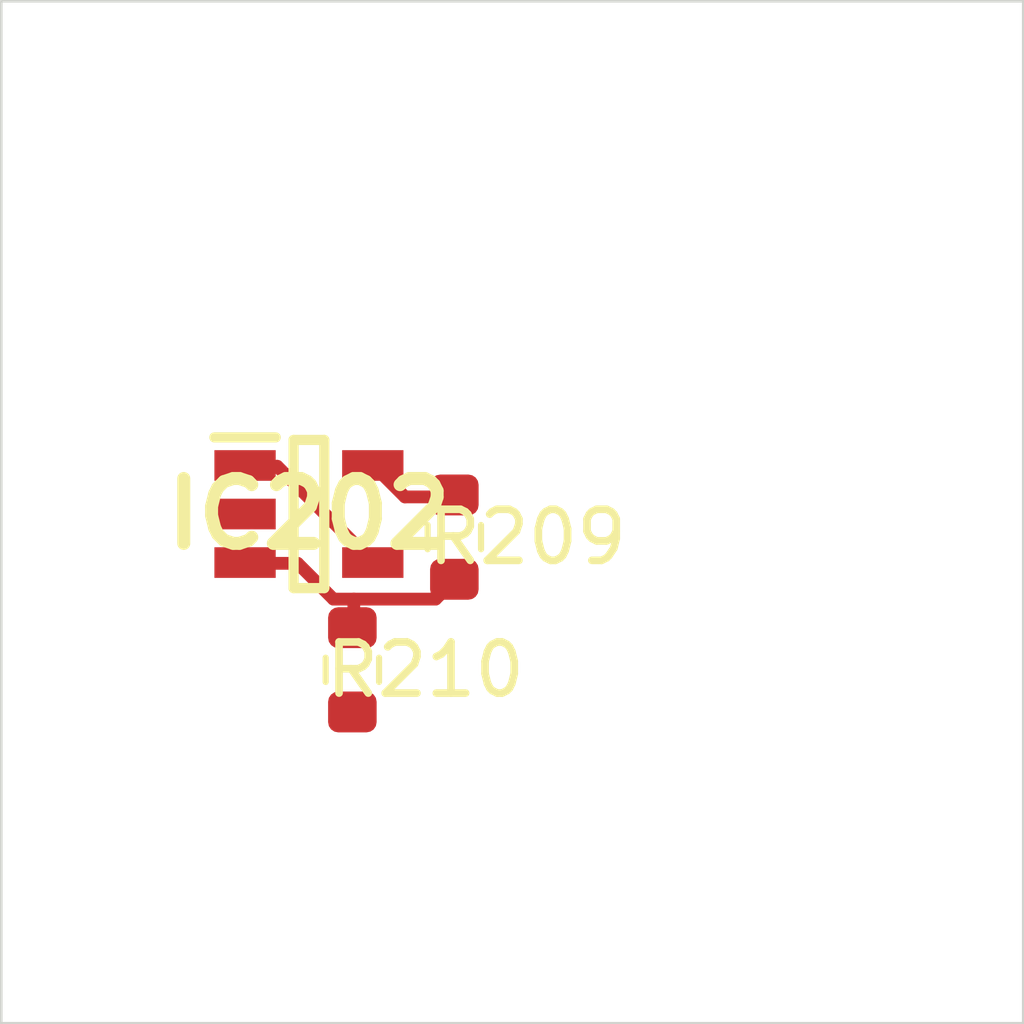
<source format=kicad_pcb>
 ( kicad_pcb  ( version 20171130 )
 ( host pcbnew 5.1.12-84ad8e8a86~92~ubuntu18.04.1 )
 ( general  ( thickness 1.6 )
 ( drawings 4 )
 ( tracks 0 )
 ( zones 0 )
 ( modules 3 )
 ( nets 5 )
)
 ( page A4 )
 ( layers  ( 0 F.Cu signal )
 ( 31 B.Cu signal )
 ( 32 B.Adhes user )
 ( 33 F.Adhes user )
 ( 34 B.Paste user )
 ( 35 F.Paste user )
 ( 36 B.SilkS user )
 ( 37 F.SilkS user )
 ( 38 B.Mask user )
 ( 39 F.Mask user )
 ( 40 Dwgs.User user )
 ( 41 Cmts.User user )
 ( 42 Eco1.User user )
 ( 43 Eco2.User user )
 ( 44 Edge.Cuts user )
 ( 45 Margin user )
 ( 46 B.CrtYd user )
 ( 47 F.CrtYd user )
 ( 48 B.Fab user )
 ( 49 F.Fab user )
)
 ( setup  ( last_trace_width 0.25 )
 ( trace_clearance 0.2 )
 ( zone_clearance 0.508 )
 ( zone_45_only no )
 ( trace_min 0.2 )
 ( via_size 0.8 )
 ( via_drill 0.4 )
 ( via_min_size 0.4 )
 ( via_min_drill 0.3 )
 ( uvia_size 0.3 )
 ( uvia_drill 0.1 )
 ( uvias_allowed no )
 ( uvia_min_size 0.2 )
 ( uvia_min_drill 0.1 )
 ( edge_width 0.05 )
 ( segment_width 0.2 )
 ( pcb_text_width 0.3 )
 ( pcb_text_size 1.5 1.5 )
 ( mod_edge_width 0.12 )
 ( mod_text_size 1 1 )
 ( mod_text_width 0.15 )
 ( pad_size 1.524 1.524 )
 ( pad_drill 0.762 )
 ( pad_to_mask_clearance 0 )
 ( aux_axis_origin 0 0 )
 ( visible_elements FFFFFF7F )
 ( pcbplotparams  ( layerselection 0x010fc_ffffffff )
 ( usegerberextensions false )
 ( usegerberattributes true )
 ( usegerberadvancedattributes true )
 ( creategerberjobfile true )
 ( excludeedgelayer true )
 ( linewidth 0.100000 )
 ( plotframeref false )
 ( viasonmask false )
 ( mode 1 )
 ( useauxorigin false )
 ( hpglpennumber 1 )
 ( hpglpenspeed 20 )
 ( hpglpendiameter 15.000000 )
 ( psnegative false )
 ( psa4output false )
 ( plotreference true )
 ( plotvalue true )
 ( plotinvisibletext false )
 ( padsonsilk false )
 ( subtractmaskfromsilk false )
 ( outputformat 1 )
 ( mirror false )
 ( drillshape 1 )
 ( scaleselection 1 )
 ( outputdirectory "" )
)
)
 ( net 0 "" )
 ( net 1 GND )
 ( net 2 VDDA )
 ( net 3 /Sheet6235D886/vp )
 ( net 4 "Net-(IC202-Pad3)" )
 ( net_class Default "This is the default net class."  ( clearance 0.2 )
 ( trace_width 0.25 )
 ( via_dia 0.8 )
 ( via_drill 0.4 )
 ( uvia_dia 0.3 )
 ( uvia_drill 0.1 )
 ( add_net /Sheet6235D886/vp )
 ( add_net GND )
 ( add_net "Net-(IC202-Pad3)" )
 ( add_net VDDA )
)
 ( module SOT95P280X145-5N locked  ( layer F.Cu )
 ( tedit 62336ED7 )
 ( tstamp 623423ED )
 ( at 86.020900 110.035000 )
 ( descr DBV0005A )
 ( tags "Integrated Circuit" )
 ( path /6235D887/6266C08E )
 ( attr smd )
 ( fp_text reference IC202  ( at 0 0 )
 ( layer F.SilkS )
 ( effects  ( font  ( size 1.27 1.27 )
 ( thickness 0.254 )
)
)
)
 ( fp_text value TL071HIDBVR  ( at 0 0 )
 ( layer F.SilkS )
hide  ( effects  ( font  ( size 1.27 1.27 )
 ( thickness 0.254 )
)
)
)
 ( fp_line  ( start -1.85 -1.5 )
 ( end -0.65 -1.5 )
 ( layer F.SilkS )
 ( width 0.2 )
)
 ( fp_line  ( start -0.3 1.45 )
 ( end -0.3 -1.45 )
 ( layer F.SilkS )
 ( width 0.2 )
)
 ( fp_line  ( start 0.3 1.45 )
 ( end -0.3 1.45 )
 ( layer F.SilkS )
 ( width 0.2 )
)
 ( fp_line  ( start 0.3 -1.45 )
 ( end 0.3 1.45 )
 ( layer F.SilkS )
 ( width 0.2 )
)
 ( fp_line  ( start -0.3 -1.45 )
 ( end 0.3 -1.45 )
 ( layer F.SilkS )
 ( width 0.2 )
)
 ( fp_line  ( start -0.8 -0.5 )
 ( end 0.15 -1.45 )
 ( layer Dwgs.User )
 ( width 0.1 )
)
 ( fp_line  ( start -0.8 1.45 )
 ( end -0.8 -1.45 )
 ( layer Dwgs.User )
 ( width 0.1 )
)
 ( fp_line  ( start 0.8 1.45 )
 ( end -0.8 1.45 )
 ( layer Dwgs.User )
 ( width 0.1 )
)
 ( fp_line  ( start 0.8 -1.45 )
 ( end 0.8 1.45 )
 ( layer Dwgs.User )
 ( width 0.1 )
)
 ( fp_line  ( start -0.8 -1.45 )
 ( end 0.8 -1.45 )
 ( layer Dwgs.User )
 ( width 0.1 )
)
 ( fp_line  ( start -2.1 1.775 )
 ( end -2.1 -1.775 )
 ( layer Dwgs.User )
 ( width 0.05 )
)
 ( fp_line  ( start 2.1 1.775 )
 ( end -2.1 1.775 )
 ( layer Dwgs.User )
 ( width 0.05 )
)
 ( fp_line  ( start 2.1 -1.775 )
 ( end 2.1 1.775 )
 ( layer Dwgs.User )
 ( width 0.05 )
)
 ( fp_line  ( start -2.1 -1.775 )
 ( end 2.1 -1.775 )
 ( layer Dwgs.User )
 ( width 0.05 )
)
 ( pad 1 smd rect  ( at -1.25 -0.95 90.000000 )
 ( size 0.6 1.2 )
 ( layers F.Cu F.Mask F.Paste )
 ( net 3 /Sheet6235D886/vp )
)
 ( pad 2 smd rect  ( at -1.25 0 90.000000 )
 ( size 0.6 1.2 )
 ( layers F.Cu F.Mask F.Paste )
 ( net 1 GND )
)
 ( pad 3 smd rect  ( at -1.25 0.95 90.000000 )
 ( size 0.6 1.2 )
 ( layers F.Cu F.Mask F.Paste )
 ( net 4 "Net-(IC202-Pad3)" )
)
 ( pad 4 smd rect  ( at 1.25 0.95 90.000000 )
 ( size 0.6 1.2 )
 ( layers F.Cu F.Mask F.Paste )
 ( net 3 /Sheet6235D886/vp )
)
 ( pad 5 smd rect  ( at 1.25 -0.95 90.000000 )
 ( size 0.6 1.2 )
 ( layers F.Cu F.Mask F.Paste )
 ( net 2 VDDA )
)
)
 ( module Resistor_SMD:R_0603_1608Metric  ( layer F.Cu )
 ( tedit 5F68FEEE )
 ( tstamp 62342595 )
 ( at 88.867000 110.487000 270.000000 )
 ( descr "Resistor SMD 0603 (1608 Metric), square (rectangular) end terminal, IPC_7351 nominal, (Body size source: IPC-SM-782 page 72, https://www.pcb-3d.com/wordpress/wp-content/uploads/ipc-sm-782a_amendment_1_and_2.pdf), generated with kicad-footprint-generator" )
 ( tags resistor )
 ( path /6235D887/623CDBD9 )
 ( attr smd )
 ( fp_text reference R209  ( at 0 -1.43 )
 ( layer F.SilkS )
 ( effects  ( font  ( size 1 1 )
 ( thickness 0.15 )
)
)
)
 ( fp_text value 100k  ( at 0 1.43 )
 ( layer F.Fab )
 ( effects  ( font  ( size 1 1 )
 ( thickness 0.15 )
)
)
)
 ( fp_line  ( start -0.8 0.4125 )
 ( end -0.8 -0.4125 )
 ( layer F.Fab )
 ( width 0.1 )
)
 ( fp_line  ( start -0.8 -0.4125 )
 ( end 0.8 -0.4125 )
 ( layer F.Fab )
 ( width 0.1 )
)
 ( fp_line  ( start 0.8 -0.4125 )
 ( end 0.8 0.4125 )
 ( layer F.Fab )
 ( width 0.1 )
)
 ( fp_line  ( start 0.8 0.4125 )
 ( end -0.8 0.4125 )
 ( layer F.Fab )
 ( width 0.1 )
)
 ( fp_line  ( start -0.237258 -0.5225 )
 ( end 0.237258 -0.5225 )
 ( layer F.SilkS )
 ( width 0.12 )
)
 ( fp_line  ( start -0.237258 0.5225 )
 ( end 0.237258 0.5225 )
 ( layer F.SilkS )
 ( width 0.12 )
)
 ( fp_line  ( start -1.48 0.73 )
 ( end -1.48 -0.73 )
 ( layer F.CrtYd )
 ( width 0.05 )
)
 ( fp_line  ( start -1.48 -0.73 )
 ( end 1.48 -0.73 )
 ( layer F.CrtYd )
 ( width 0.05 )
)
 ( fp_line  ( start 1.48 -0.73 )
 ( end 1.48 0.73 )
 ( layer F.CrtYd )
 ( width 0.05 )
)
 ( fp_line  ( start 1.48 0.73 )
 ( end -1.48 0.73 )
 ( layer F.CrtYd )
 ( width 0.05 )
)
 ( fp_text user %R  ( at 0 0 )
 ( layer F.Fab )
 ( effects  ( font  ( size 0.4 0.4 )
 ( thickness 0.06 )
)
)
)
 ( pad 1 smd roundrect  ( at -0.825 0 270.000000 )
 ( size 0.8 0.95 )
 ( layers F.Cu F.Mask F.Paste )
 ( roundrect_rratio 0.25 )
 ( net 2 VDDA )
)
 ( pad 2 smd roundrect  ( at 0.825 0 270.000000 )
 ( size 0.8 0.95 )
 ( layers F.Cu F.Mask F.Paste )
 ( roundrect_rratio 0.25 )
 ( net 4 "Net-(IC202-Pad3)" )
)
 ( model ${KISYS3DMOD}/Resistor_SMD.3dshapes/R_0603_1608Metric.wrl  ( at  ( xyz 0 0 0 )
)
 ( scale  ( xyz 1 1 1 )
)
 ( rotate  ( xyz 0 0 0 )
)
)
)
 ( module Resistor_SMD:R_0603_1608Metric  ( layer F.Cu )
 ( tedit 5F68FEEE )
 ( tstamp 623425A6 )
 ( at 86.871100 113.084000 270.000000 )
 ( descr "Resistor SMD 0603 (1608 Metric), square (rectangular) end terminal, IPC_7351 nominal, (Body size source: IPC-SM-782 page 72, https://www.pcb-3d.com/wordpress/wp-content/uploads/ipc-sm-782a_amendment_1_and_2.pdf), generated with kicad-footprint-generator" )
 ( tags resistor )
 ( path /6235D887/623CDBDF )
 ( attr smd )
 ( fp_text reference R210  ( at 0 -1.43 )
 ( layer F.SilkS )
 ( effects  ( font  ( size 1 1 )
 ( thickness 0.15 )
)
)
)
 ( fp_text value 100k  ( at 0 1.43 )
 ( layer F.Fab )
 ( effects  ( font  ( size 1 1 )
 ( thickness 0.15 )
)
)
)
 ( fp_line  ( start 1.48 0.73 )
 ( end -1.48 0.73 )
 ( layer F.CrtYd )
 ( width 0.05 )
)
 ( fp_line  ( start 1.48 -0.73 )
 ( end 1.48 0.73 )
 ( layer F.CrtYd )
 ( width 0.05 )
)
 ( fp_line  ( start -1.48 -0.73 )
 ( end 1.48 -0.73 )
 ( layer F.CrtYd )
 ( width 0.05 )
)
 ( fp_line  ( start -1.48 0.73 )
 ( end -1.48 -0.73 )
 ( layer F.CrtYd )
 ( width 0.05 )
)
 ( fp_line  ( start -0.237258 0.5225 )
 ( end 0.237258 0.5225 )
 ( layer F.SilkS )
 ( width 0.12 )
)
 ( fp_line  ( start -0.237258 -0.5225 )
 ( end 0.237258 -0.5225 )
 ( layer F.SilkS )
 ( width 0.12 )
)
 ( fp_line  ( start 0.8 0.4125 )
 ( end -0.8 0.4125 )
 ( layer F.Fab )
 ( width 0.1 )
)
 ( fp_line  ( start 0.8 -0.4125 )
 ( end 0.8 0.4125 )
 ( layer F.Fab )
 ( width 0.1 )
)
 ( fp_line  ( start -0.8 -0.4125 )
 ( end 0.8 -0.4125 )
 ( layer F.Fab )
 ( width 0.1 )
)
 ( fp_line  ( start -0.8 0.4125 )
 ( end -0.8 -0.4125 )
 ( layer F.Fab )
 ( width 0.1 )
)
 ( fp_text user %R  ( at 0 0 )
 ( layer F.Fab )
 ( effects  ( font  ( size 0.4 0.4 )
 ( thickness 0.06 )
)
)
)
 ( pad 2 smd roundrect  ( at 0.825 0 270.000000 )
 ( size 0.8 0.95 )
 ( layers F.Cu F.Mask F.Paste )
 ( roundrect_rratio 0.25 )
 ( net 1 GND )
)
 ( pad 1 smd roundrect  ( at -0.825 0 270.000000 )
 ( size 0.8 0.95 )
 ( layers F.Cu F.Mask F.Paste )
 ( roundrect_rratio 0.25 )
 ( net 4 "Net-(IC202-Pad3)" )
)
 ( model ${KISYS3DMOD}/Resistor_SMD.3dshapes/R_0603_1608Metric.wrl  ( at  ( xyz 0 0 0 )
)
 ( scale  ( xyz 1 1 1 )
)
 ( rotate  ( xyz 0 0 0 )
)
)
)
 ( gr_line  ( start 100 100 )
 ( end 100 120 )
 ( layer Edge.Cuts )
 ( width 0.05 )
 ( tstamp 62E770C4 )
)
 ( gr_line  ( start 80 120 )
 ( end 100 120 )
 ( layer Edge.Cuts )
 ( width 0.05 )
 ( tstamp 62E770C0 )
)
 ( gr_line  ( start 80 100 )
 ( end 100 100 )
 ( layer Edge.Cuts )
 ( width 0.05 )
 ( tstamp 6234110C )
)
 ( gr_line  ( start 80 100 )
 ( end 80 120 )
 ( layer Edge.Cuts )
 ( width 0.05 )
)
 ( segment  ( start 88.900001 109.700002 )
 ( end 87.900001 109.700002 )
 ( width 0.250000 )
 ( layer F.Cu )
 ( net 2 )
)
 ( segment  ( start 87.900001 109.700002 )
 ( end 87.300001 109.100002 )
 ( width 0.250000 )
 ( layer F.Cu )
 ( net 2 )
)
 ( segment  ( start 87.300001 111.000002 )
 ( end 85.400001 109.100002 )
 ( width 0.250000 )
 ( layer F.Cu )
 ( net 3 )
)
 ( segment  ( start 85.400001 109.100002 )
 ( end 84.800001 109.100002 )
 ( width 0.250000 )
 ( layer F.Cu )
 ( net 3 )
)
 ( segment  ( start 88.900001 111.300002 )
 ( end 88.500001 111.700002 )
 ( width 0.250000 )
 ( layer F.Cu )
 ( net 4 )
)
 ( segment  ( start 88.500001 111.700002 )
 ( end 86.500001 111.700002 )
 ( width 0.250000 )
 ( layer F.Cu )
 ( net 4 )
)
 ( segment  ( start 86.500001 111.700002 )
 ( end 85.800001 111.000002 )
 ( width 0.250000 )
 ( layer F.Cu )
 ( net 4 )
)
 ( segment  ( start 85.800001 111.000002 )
 ( end 84.800001 111.000002 )
 ( width 0.250000 )
 ( layer F.Cu )
 ( net 4 )
)
 ( segment  ( start 86.900001 112.300002 )
 ( end 86.900001 111.700002 )
 ( width 0.250000 )
 ( layer F.Cu )
 ( net 4 )
)
)

</source>
